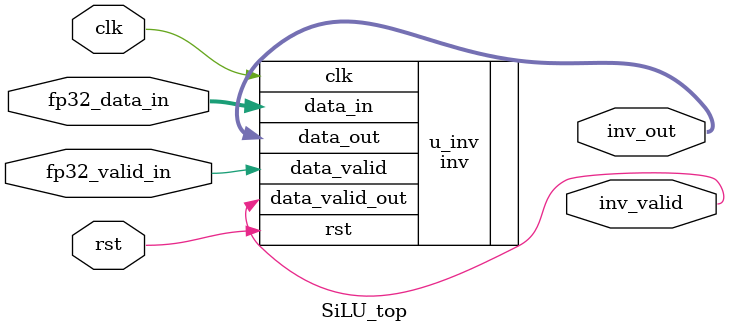
<source format=v>
`timescale 1ns / 1ps


module SiLU_top(
    input  wire        clk,
    input  wire        rst,
    // output reg [511:0]  silu_out,
    // output reg         silu_valid,
    //output wire        ready_in,

    //bf16_2_fp32
    input  wire [1023:0] fp32_data_in,
    input  wire          fp32_valid_in,

    //exp
    output wire [1023:0] inv_out,
    output wire          inv_valid

    //add
    // input  wire [1023:0] add_out,
    // input  wire          add_valid,

    //div
    // output reg  [1023:0] add_out_reg,
    // output reg           div_valid_in_final,
    // output wire [1023:0] fp32_data

    //fp32_to_bf16
    // input  wire [511:0]  silu_out_w,
    // input  wire          silu_valid_w
);

    // =================================
    // 信号定义
    // =================================



    // reg  [4:0]    cnt_in;
    // reg  [4:0]    cnt_div;

    // wire          div_valid_in;


    //assign ready_in = div_valid_in ? 1'b1 : 1'b0;

    inv u_inv (
        .clk(clk),
        .rst(rst),
        .data_in(fp32_data_in),
        .data_valid(fp32_valid_in),
        .data_out(inv_out),
        .data_valid_out(inv_valid)
    );


    // always @(posedge clk) begin
    //     add_out_reg <= add_out;
    // end

    // assign div_valid_in = add_valid ? 1'b1 : 1'b0;
    /*
    always @(posedge clk or posedge rst) begin
        if (rst) begin
            div_valid_in <= 1'b0;
        end else if (add_valid || cnt_div) begin
            div_valid_in <= 1'b1;
        end else begin
            div_valid_in <= 1'b0;
        end
    end
    */
    // blk_mem_gen_0 u_bram_silu (
    //     .clka(clk),
    //     .wea(fp32_valid_in),
    //     .ena(fp32_valid_in),
    //     .addra(cnt_in),
    //     .dina(fp32_data_in),
    //     .clkb(clk),
    //     .enb(div_valid_in),
    //     .addrb(cnt_div),
    //     .doutb(fp32_data)
    // );

    // always @(posedge clk) begin
    //     div_valid_in_final <= div_valid_in;
    // end 



    // always @(posedge clk or posedge rst) begin
    //     if (rst) begin
    //         silu_valid <= 1'b0;
    //     end else if (silu_valid_w) begin
    //         silu_valid <= 1'b1;
    //         silu_out   <= silu_out_w[511:0];
    //     end else begin
    //         silu_valid <= 1'b0;
    //         silu_out   <= silu_out;
    //     end
    // end


    // always @(posedge clk or posedge rst) begin
    //     if (rst) begin
    //         cnt_in <= 5'd0;
    //     end else if (fp32_valid_in) begin          
    //         if (cnt_in == 5'd23) begin
    //             cnt_in <= 5'd0;
    //         end
    //         else begin
    //             cnt_in <= cnt_in + 1'b1;
    //         end
    //     end
    //     else begin
    //         cnt_in <= cnt_in;
    //     end
    // end

    // always @(posedge clk or posedge rst) begin
    //     if (rst) begin
    //         cnt_div <= 5'd0;
    //     end else if (div_valid_in) begin         
    //         if (cnt_div == 5'd23) begin
    //             cnt_div <= 5'd0;
    //         end
    //         else begin
    //             cnt_div <= cnt_div + 1'b1;
    //         end
    //     end
    //     else begin
    //         cnt_div <= cnt_div;
    //     end
    // end
endmodule

</source>
